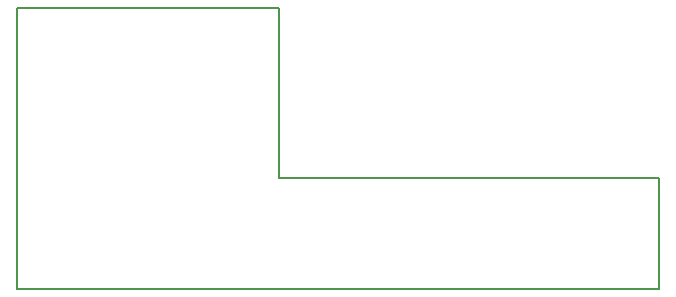
<source format=gbr>
G04 #@! TF.FileFunction,Profile,NP*
%FSLAX46Y46*%
G04 Gerber Fmt 4.6, Leading zero omitted, Abs format (unit mm)*
G04 Created by KiCad (PCBNEW 4.0.7) date 11/27/17 08:23:02*
%MOMM*%
%LPD*%
G01*
G04 APERTURE LIST*
%ADD10C,0.076200*%
%ADD11C,0.150000*%
G04 APERTURE END LIST*
D10*
D11*
X183256000Y-25734000D02*
X183256000Y-40132000D01*
X161036000Y-25734000D02*
X183256000Y-25734000D01*
X161036000Y-25734000D02*
X161036000Y-49530000D01*
X161036000Y-49530000D02*
X215392000Y-49530000D01*
X215392000Y-40132000D02*
X215392000Y-49530000D01*
X183255996Y-40132000D02*
X215392000Y-40132000D01*
M02*

</source>
